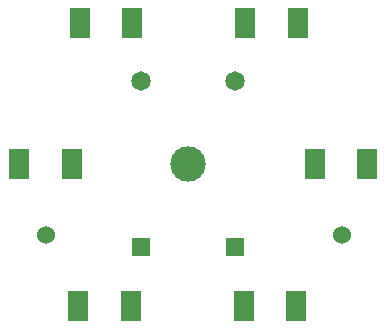
<source format=gbr>
G04*
G04 #@! TF.GenerationSoftware,Altium Limited,Altium Designer,22.4.2 (48)*
G04*
G04 Layer_Color=255*
%FSLAX25Y25*%
%MOIN*%
G70*
G04*
G04 #@! TF.SameCoordinates,E0429A30-625B-487D-920A-78A689974169*
G04*
G04*
G04 #@! TF.FilePolarity,Positive*
G04*
G01*
G75*
%ADD13R,0.06800X0.10000*%
%ADD20C,0.06000*%
%ADD21C,0.06496*%
%ADD22R,0.06496X0.06496*%
%ADD23C,0.11811*%
D13*
X111362Y122047D02*
D03*
X93862D02*
D03*
X116984Y74803D02*
D03*
X134484D02*
D03*
X93362Y27559D02*
D03*
X110862D02*
D03*
X38244D02*
D03*
X55744D02*
D03*
X18559Y74803D02*
D03*
X36059D02*
D03*
X56244Y122047D02*
D03*
X38744D02*
D03*
D20*
X27559Y51181D02*
D03*
X125984D02*
D03*
D21*
X59055Y102756D02*
D03*
X90551D02*
D03*
D22*
X59055Y47244D02*
D03*
X90551D02*
D03*
D23*
X74803Y74803D02*
D03*
M02*

</source>
